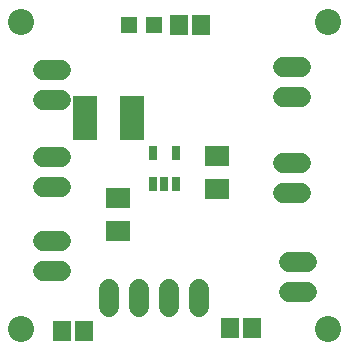
<source format=gts>
G75*
%MOIN*%
%OFA0B0*%
%FSLAX25Y25*%
%IPPOS*%
%LPD*%
%AMOC8*
5,1,8,0,0,1.08239X$1,22.5*
%
%ADD10C,0.08674*%
%ADD11R,0.07887X0.07099*%
%ADD12C,0.06800*%
%ADD13R,0.07887X0.14973*%
%ADD14R,0.05524X0.05524*%
%ADD15R,0.05918X0.06706*%
%ADD16R,0.02965X0.04737*%
D10*
X0009674Y0009674D03*
X0009674Y0112036D03*
X0112036Y0112036D03*
X0112036Y0009674D03*
D11*
X0074800Y0056288D03*
X0074800Y0067312D03*
X0041800Y0053312D03*
X0041800Y0042288D03*
D12*
X0022800Y0038800D02*
X0016800Y0038800D01*
X0016800Y0028800D02*
X0022800Y0028800D01*
X0038800Y0022800D02*
X0038800Y0016800D01*
X0048800Y0016800D02*
X0048800Y0022800D01*
X0058800Y0022800D02*
X0058800Y0016800D01*
X0068800Y0016800D02*
X0068800Y0022800D01*
X0098800Y0021800D02*
X0104800Y0021800D01*
X0104800Y0031800D02*
X0098800Y0031800D01*
X0096800Y0054800D02*
X0102800Y0054800D01*
X0102800Y0064800D02*
X0096800Y0064800D01*
X0096800Y0086800D02*
X0102800Y0086800D01*
X0102800Y0096800D02*
X0096800Y0096800D01*
X0022800Y0095800D02*
X0016800Y0095800D01*
X0016800Y0085800D02*
X0022800Y0085800D01*
X0022800Y0066800D02*
X0016800Y0066800D01*
X0016800Y0056800D02*
X0022800Y0056800D01*
D13*
X0030926Y0079800D03*
X0046674Y0079800D03*
D14*
X0045666Y0110800D03*
X0053934Y0110800D03*
D15*
X0062060Y0110800D03*
X0069540Y0110800D03*
X0079060Y0009800D03*
X0086540Y0009800D03*
X0030540Y0008800D03*
X0023060Y0008800D03*
D16*
X0053650Y0057745D03*
X0057391Y0057745D03*
X0061131Y0057745D03*
X0061131Y0068375D03*
X0053650Y0068375D03*
M02*

</source>
